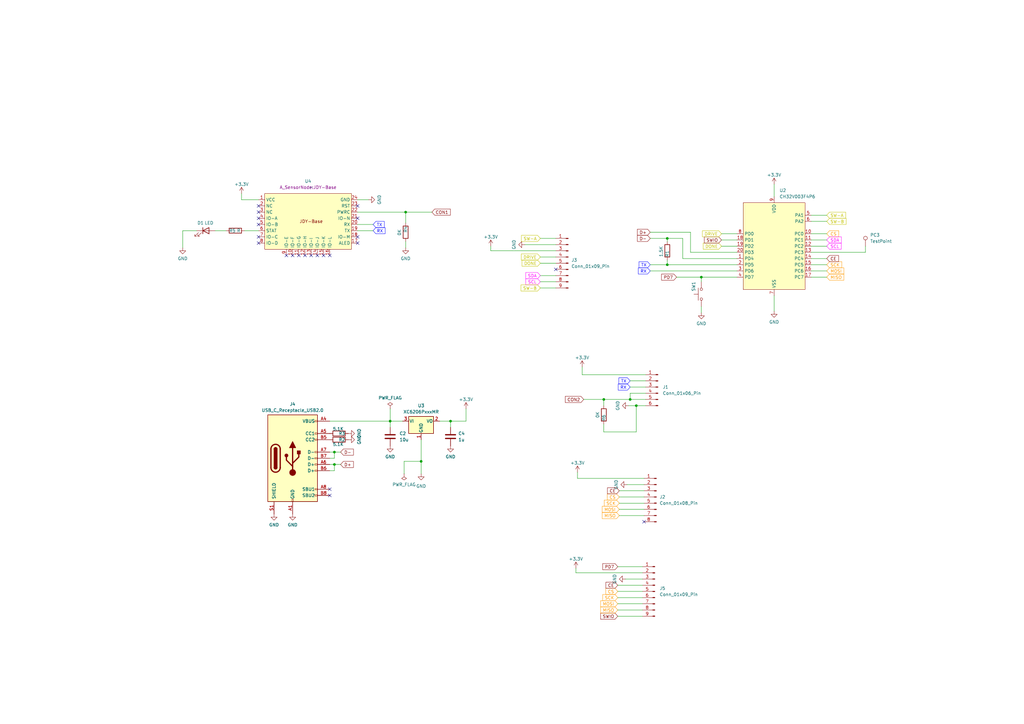
<source format=kicad_sch>
(kicad_sch (version 20230121) (generator eeschema)
  (paper "A3")
  (lib_symbols
    (symbol "A_SensorNode:JDY-Base"
      (property "Reference" "U" (at 0 0 0))
      (property "Footprint" "A_SensorNode:JDY-Base" (at -1.27 -10.16 0))
      (symbol "JDY-Base_1_1"
        (rectangle (start -19.05 -2.54) (end 16.51 -25.4) (fill (type background)))
        (text "JDY-Base" (at 0 -13.97 0) (effects (font (size 1.27 1.27))))
        (pin bidirectional line (at -21.59 -5.08 0) (length 2.54) (name "VCC") (number "1"))
        (pin bidirectional line (at -7.62 -27.94 90) (length 2.54) (name "IO-F") (number "10"))
        (pin bidirectional line (at -5.08 -27.94 90) (length 2.54) (name "IO-G") (number "11"))
        (pin bidirectional line (at -2.54 -27.94 90) (length 2.54) (name "IO-H") (number "12"))
        (pin bidirectional line (at 0 -27.94 90) (length 2.54) (name "IO-I") (number "13"))
        (pin bidirectional line (at 2.54 -27.94 90) (length 2.54) (name "IO-J") (number "14"))
        (pin bidirectional line (at 5.08 -27.94 90) (length 2.54) (name "IO-K") (number "15"))
        (pin bidirectional line (at 7.62 -27.94 90) (length 2.54) (name "IO-L") (number "16"))
        (pin bidirectional line (at 19.05 -22.86 180) (length 2.54) (name "ALED") (number "17"))
        (pin bidirectional line (at 19.05 -20.32 180) (length 2.54) (name "IO-M") (number "18"))
        (pin bidirectional line (at 19.05 -17.78 180) (length 2.54) (name "TX") (number "19"))
        (pin bidirectional line (at -21.59 -7.62 0) (length 2.54) (name "NC") (number "2"))
        (pin bidirectional line (at 19.05 -15.24 180) (length 2.54) (name "RX") (number "20"))
        (pin bidirectional line (at 19.05 -12.7 180) (length 2.54) (name "IO-N") (number "21"))
        (pin bidirectional line (at 19.05 -10.16 180) (length 2.54) (name "PWRC") (number "22"))
        (pin bidirectional line (at 19.05 -7.62 180) (length 2.54) (name "RST") (number "23"))
        (pin bidirectional line (at 19.05 -5.08 180) (length 2.54) (name "GND") (number "24"))
        (pin bidirectional line (at -21.59 -10.16 0) (length 2.54) (name "NC") (number "3"))
        (pin bidirectional line (at -21.59 -12.7 0) (length 2.54) (name "IO-A") (number "4"))
        (pin bidirectional line (at -21.59 -15.24 0) (length 2.54) (name "IO-B") (number "5"))
        (pin bidirectional line (at -21.59 -17.78 0) (length 2.54) (name "STAT") (number "6"))
        (pin bidirectional line (at -21.59 -20.32 0) (length 2.54) (name "IO-C") (number "7"))
        (pin bidirectional line (at -21.59 -22.86 0) (length 2.54) (name "IO-D") (number "8"))
        (pin bidirectional line (at -10.16 -27.94 90) (length 2.54) (name "IO-E") (number "9"))
      )
    )
    (symbol "Connector:Conn_01x06_Pin" (pin_names (offset 1.016) hide)
      (property "Reference" "J" (at 0 7.62 0))
      (property "Value" "Conn_01x06_Pin" (at 0 -10.16 0))
      (symbol "Conn_01x06_Pin_1_1"
        (polyline (pts (xy 1.27 -7.62) (xy 0.8636 -7.62)) (stroke (width 0.1524)))
        (polyline (pts (xy 1.27 -5.08) (xy 0.8636 -5.08)) (stroke (width 0.1524)))
        (polyline (pts (xy 1.27 -2.54) (xy 0.8636 -2.54)) (stroke (width 0.1524)))
        (polyline (pts (xy 1.27 0) (xy 0.8636 0)) (stroke (width 0.1524)))
        (polyline (pts (xy 1.27 2.54) (xy 0.8636 2.54)) (stroke (width 0.1524)))
        (polyline (pts (xy 1.27 5.08) (xy 0.8636 5.08)) (stroke (width 0.1524)))
        (rectangle (start 0.8636 -7.493) (end 0 -7.747) (stroke (width 0.1524)) (fill (type outline)))
        (rectangle (start 0.8636 -4.953) (end 0 -5.207) (stroke (width 0.1524)) (fill (type outline)))
        (rectangle (start 0.8636 -2.413) (end 0 -2.667) (stroke (width 0.1524)) (fill (type outline)))
        (rectangle (start 0.8636 0.127) (end 0 -0.127) (stroke (width 0.1524)) (fill (type outline)))
        (rectangle (start 0.8636 2.667) (end 0 2.413) (stroke (width 0.1524)) (fill (type outline)))
        (rectangle (start 0.8636 5.207) (end 0 4.953) (stroke (width 0.1524)) (fill (type outline)))
        (pin passive line (at 5.08 5.08 180) (length 3.81) (name "Pin_1") (number "1"))
        (pin passive line (at 5.08 2.54 180) (length 3.81) (name "Pin_2") (number "2"))
        (pin passive line (at 5.08 0 180) (length 3.81) (name "Pin_3") (number "3"))
        (pin passive line (at 5.08 -2.54 180) (length 3.81) (name "Pin_4") (number "4"))
        (pin passive line (at 5.08 -5.08 180) (length 3.81) (name "Pin_5") (number "5"))
        (pin passive line (at 5.08 -7.62 180) (length 3.81) (name "Pin_6") (number "6"))
      )
    )
    (symbol "Connector:Conn_01x08_Pin" (pin_names (offset 1.016) hide)
      (property "Reference" "J" (at 0 10.16 0))
      (property "Value" "Conn_01x08_Pin" (at 0 -12.7 0))
      (symbol "Conn_01x08_Pin_1_1"
        (polyline (pts (xy 1.27 -10.16) (xy 0.8636 -10.16)) (stroke (width 0.1524)))
        (polyline (pts (xy 1.27 -7.62) (xy 0.8636 -7.62)) (stroke (width 0.1524)))
        (polyline (pts (xy 1.27 -5.08) (xy 0.8636 -5.08)) (stroke (width 0.1524)))
        (polyline (pts (xy 1.27 -2.54) (xy 0.8636 -2.54)) (stroke (width 0.1524)))
        (polyline (pts (xy 1.27 0) (xy 0.8636 0)) (stroke (width 0.1524)))
        (polyline (pts (xy 1.27 2.54) (xy 0.8636 2.54)) (stroke (width 0.1524)))
        (polyline (pts (xy 1.27 5.08) (xy 0.8636 5.08)) (stroke (width 0.1524)))
        (polyline (pts (xy 1.27 7.62) (xy 0.8636 7.62)) (stroke (width 0.1524)))
        (rectangle (start 0.8636 -10.033) (end 0 -10.287) (stroke (width 0.1524)) (fill (type outline)))
        (rectangle (start 0.8636 -7.493) (end 0 -7.747) (stroke (width 0.1524)) (fill (type outline)))
        (rectangle (start 0.8636 -4.953) (end 0 -5.207) (stroke (width 0.1524)) (fill (type outline)))
        (rectangle (start 0.8636 -2.413) (end 0 -2.667) (stroke (width 0.1524)) (fill (type outline)))
        (rectangle (start 0.8636 0.127) (end 0 -0.127) (stroke (width 0.1524)) (fill (type outline)))
        (rectangle (start 0.8636 2.667) (end 0 2.413) (stroke (width 0.1524)) (fill (type outline)))
        (rectangle (start 0.8636 5.207) (end 0 4.953) (stroke (width 0.1524)) (fill (type outline)))
        (rectangle (start 0.8636 7.747) (end 0 7.493) (stroke (width 0.1524)) (fill (type outline)))
        (pin passive line (at 5.08 7.62 180) (length 3.81) (name "Pin_1") (number "1"))
        (pin passive line (at 5.08 5.08 180) (length 3.81) (name "Pin_2") (number "2"))
        (pin passive line (at 5.08 2.54 180) (length 3.81) (name "Pin_3") (number "3"))
        (pin passive line (at 5.08 0 180) (length 3.81) (name "Pin_4") (number "4"))
        (pin passive line (at 5.08 -2.54 180) (length 3.81) (name "Pin_5") (number "5"))
        (pin passive line (at 5.08 -5.08 180) (length 3.81) (name "Pin_6") (number "6"))
        (pin passive line (at 5.08 -7.62 180) (length 3.81) (name "Pin_7") (number "7"))
        (pin passive line (at 5.08 -10.16 180) (length 3.81) (name "Pin_8") (number "8"))
      )
    )
    (symbol "Connector:Conn_01x09_Pin" (pin_names (offset 1.016) hide)
      (property "Reference" "J" (at 0 12.7 0))
      (property "Value" "Conn_01x09_Pin" (at 0 -12.7 0))
      (symbol "Conn_01x09_Pin_1_1"
        (polyline (pts (xy 1.27 -10.16) (xy 0.8636 -10.16)) (stroke (width 0.1524)))
        (polyline (pts (xy 1.27 -7.62) (xy 0.8636 -7.62)) (stroke (width 0.1524)))
        (polyline (pts (xy 1.27 -5.08) (xy 0.8636 -5.08)) (stroke (width 0.1524)))
        (polyline (pts (xy 1.27 -2.54) (xy 0.8636 -2.54)) (stroke (width 0.1524)))
        (polyline (pts (xy 1.27 0) (xy 0.8636 0)) (stroke (width 0.1524)))
        (polyline (pts (xy 1.27 2.54) (xy 0.8636 2.54)) (stroke (width 0.1524)))
        (polyline (pts (xy 1.27 5.08) (xy 0.8636 5.08)) (stroke (width 0.1524)))
        (polyline (pts (xy 1.27 7.62) (xy 0.8636 7.62)) (stroke (width 0.1524)))
        (polyline (pts (xy 1.27 10.16) (xy 0.8636 10.16)) (stroke (width 0.1524)))
        (rectangle (start 0.8636 -10.033) (end 0 -10.287) (stroke (width 0.1524)) (fill (type outline)))
        (rectangle (start 0.8636 -7.493) (end 0 -7.747) (stroke (width 0.1524)) (fill (type outline)))
        (rectangle (start 0.8636 -4.953) (end 0 -5.207) (stroke (width 0.1524)) (fill (type outline)))
        (rectangle (start 0.8636 -2.413) (end 0 -2.667) (stroke (width 0.1524)) (fill (type outline)))
        (rectangle (start 0.8636 0.127) (end 0 -0.127) (stroke (width 0.1524)) (fill (type outline)))
        (rectangle (start 0.8636 2.667) (end 0 2.413) (stroke (width 0.1524)) (fill (type outline)))
        (rectangle (start 0.8636 5.207) (end 0 4.953) (stroke (width 0.1524)) (fill (type outline)))
        (rectangle (start 0.8636 7.747) (end 0 7.493) (stroke (width 0.1524)) (fill (type outline)))
        (rectangle (start 0.8636 10.287) (end 0 10.033) (stroke (width 0.1524)) (fill (type outline)))
        (pin passive line (at 5.08 10.16 180) (length 3.81) (name "Pin_1") (number "1"))
        (pin passive line (at 5.08 7.62 180) (length 3.81) (name "Pin_2") (number "2"))
        (pin passive line (at 5.08 5.08 180) (length 3.81) (name "Pin_3") (number "3"))
        (pin passive line (at 5.08 2.54 180) (length 3.81) (name "Pin_4") (number "4"))
        (pin passive line (at 5.08 0 180) (length 3.81) (name "Pin_5") (number "5"))
        (pin passive line (at 5.08 -2.54 180) (length 3.81) (name "Pin_6") (number "6"))
        (pin passive line (at 5.08 -5.08 180) (length 3.81) (name "Pin_7") (number "7"))
        (pin passive line (at 5.08 -7.62 180) (length 3.81) (name "Pin_8") (number "8"))
        (pin passive line (at 5.08 -10.16 180) (length 3.81) (name "Pin_9") (number "9"))
      )
    )
    (symbol "Connector:TestPoint" (pin_numbers hide) (pin_names (offset 0.762) hide)
      (property "Reference" "TP" (at 0 6.858 0))
      (property "Value" "TestPoint" (at 0 5.08 0))
      (symbol "TestPoint_0_1"
        (circle (center 0 3.302) (radius 0.762))
      )
      (symbol "TestPoint_1_1"
        (pin passive line (at 0 0 90) (length 2.54) (name "1") (number "1"))
      )
    )
    (symbol "Connector:USB_C_Receptacle_USB2.0" (pin_names (offset 1.016))
      (property "Reference" "J" (at -10.16 19.05 0))
      (property "Value" "USB_C_Receptacle_USB2.0" (at 19.05 19.05 0))
      (symbol "USB_C_Receptacle_USB2.0_0_0"
        (rectangle (start -0.254 -17.78) (end 0.254 -16.764))
        (rectangle (start 10.16 -14.986) (end 9.144 -15.494))
        (rectangle (start 10.16 -12.446) (end 9.144 -12.954))
        (rectangle (start 10.16 -4.826) (end 9.144 -5.334))
        (rectangle (start 10.16 -2.286) (end 9.144 -2.794))
        (rectangle (start 10.16 0.254) (end 9.144 -0.254))
        (rectangle (start 10.16 2.794) (end 9.144 2.286))
        (rectangle (start 10.16 7.874) (end 9.144 7.366))
        (rectangle (start 10.16 10.414) (end 9.144 9.906))
        (rectangle (start 10.16 15.494) (end 9.144 14.986))
      )
      (symbol "USB_C_Receptacle_USB2.0_0_1"
        (rectangle (start -10.16 17.78) (end 10.16 -17.78) (stroke (width 0.254)) (fill (type background)))
        (arc (start -8.89 -3.81) (mid -6.985 -5.7067) (end -5.08 -3.81) (stroke (width 0.508)))
        (arc (start -7.62 -3.81) (mid -6.985 -4.4423) (end -6.35 -3.81) (stroke (width 0.254)))
        (arc (start -7.62 -3.81) (mid -6.985 -4.4423) (end -6.35 -3.81) (stroke (width 0.254)) (fill (type outline)))
        (rectangle (start -7.62 -3.81) (end -6.35 3.81) (stroke (width 0.254)) (fill (type outline)))
        (arc (start -6.35 3.81) (mid -6.985 4.4423) (end -7.62 3.81) (stroke (width 0.254)))
        (arc (start -6.35 3.81) (mid -6.985 4.4423) (end -7.62 3.81) (stroke (width 0.254)) (fill (type outline)))
        (arc (start -5.08 3.81) (mid -6.985 5.7067) (end -8.89 3.81) (stroke (width 0.508)))
        (circle (center -2.54 1.143) (radius 0.635) (stroke (width 0.254)) (fill (type outline)))
        (circle (center 0 -5.842) (radius 1.27) (fill (type outline)))
        (polyline (pts (xy -8.89 -3.81) (xy -8.89 3.81)) (stroke (width 0.508)))
        (polyline (pts (xy -5.08 3.81) (xy -5.08 -3.81)) (stroke (width 0.508)))
        (polyline (pts (xy 0 -5.842) (xy 0 4.318)) (stroke (width 0.508)))
        (polyline (pts (xy 0 -3.302) (xy -2.54 -0.762) (xy -2.54 0.508)) (stroke (width 0.508)))
        (polyline (pts (xy 0 -2.032) (xy 2.54 0.508) (xy 2.54 1.778)) (stroke (width 0.508)))
        (polyline (pts (xy -1.27 4.318) (xy 0 6.858) (xy 1.27 4.318) (xy -1.27 4.318)) (stroke (width 0.254)) (fill (type outline)))
        (rectangle (start 1.905 1.778) (end 3.175 3.048) (stroke (width 0.254)) (fill (type outline)))
      )
      (symbol "USB_C_Receptacle_USB2.0_1_1"
        (pin passive line (at 0 -22.86 90) (length 5.08) (name "GND") (number "A1"))
        (pin passive line (at 0 -22.86 90) (length 5.08) hide (name "GND") (number "A12"))
        (pin passive line (at 15.24 15.24 180) (length 5.08) (name "VBUS") (number "A4"))
        (pin bidirectional line (at 15.24 10.16 180) (length 5.08) (name "CC1") (number "A5"))
        (pin bidirectional line (at 15.24 -2.54 180) (length 5.08) (name "D+") (number "A6"))
        (pin bidirectional line (at 15.24 2.54 180) (length 5.08) (name "D-") (number "A7"))
        (pin bidirectional line (at 15.24 -12.7 180) (length 5.08) (name "SBU1") (number "A8"))
        (pin passive line (at 15.24 15.24 180) (length 5.08) hide (name "VBUS") (number "A9"))
        (pin passive line (at 0 -22.86 90) (length 5.08) hide (name "GND") (number "B1"))
        (pin passive line (at 0 -22.86 90) (length 5.08) hide (name "GND") (number "B12"))
        (pin passive line (at 15.24 15.24 180) (length 5.08) hide (name "VBUS") (number "B4"))
        (pin bidirectional line (at 15.24 7.62 180) (length 5.08) (name "CC2") (number "B5"))
        (pin bidirectional line (at 15.24 -5.08 180) (length 5.08) (name "D+") (number "B6"))
        (pin bidirectional line (at 15.24 0 180) (length 5.08) (name "D-") (number "B7"))
        (pin bidirectional line (at 15.24 -15.24 180) (length 5.08) (name "SBU2") (number "B8"))
        (pin passive line (at 15.24 15.24 180) (length 5.08) hide (name "VBUS") (number "B9"))
        (pin passive line (at -7.62 -22.86 90) (length 5.08) (name "SHIELD") (number "S1"))
      )
    )
    (symbol "Device:C" (pin_numbers hide) (pin_names (offset 0.254))
      (property "Reference" "C" (at 0.635 2.54 0))
      (property "Value" "C" (at 0.635 -2.54 0))
      (symbol "C_0_1"
        (polyline (pts (xy -2.032 -0.762) (xy 2.032 -0.762)) (stroke (width 0.508)))
        (polyline (pts (xy -2.032 0.762) (xy 2.032 0.762)) (stroke (width 0.508)))
      )
      (symbol "C_1_1"
        (pin passive line (at 0 3.81 270) (length 2.794) (name "~") (number "1"))
        (pin passive line (at 0 -3.81 90) (length 2.794) (name "~") (number "2"))
      )
    )
    (symbol "Device:LED" (pin_numbers hide) (pin_names (offset 1.016) hide)
      (property "Reference" "D" (at 0 2.54 0))
      (property "Value" "LED" (at 0 -2.54 0))
      (symbol "LED_0_1"
        (polyline (pts (xy -1.27 -1.27) (xy -1.27 1.27)) (stroke (width 0.254)))
        (polyline (pts (xy -1.27 0) (xy 1.27 0)))
        (polyline (pts (xy 1.27 -1.27) (xy 1.27 1.27) (xy -1.27 0) (xy 1.27 -1.27)) (stroke (width 0.254)))
        (polyline (pts (xy -3.048 -0.762) (xy -4.572 -2.286) (xy -3.81 -2.286) (xy -4.572 -2.286) (xy -4.572 -1.524)))
        (polyline (pts (xy -1.778 -0.762) (xy -3.302 -2.286) (xy -2.54 -2.286) (xy -3.302 -2.286) (xy -3.302 -1.524)))
      )
      (symbol "LED_1_1"
        (pin passive line (at -3.81 0 0) (length 2.54) (name "K") (number "1"))
        (pin passive line (at 3.81 0 180) (length 2.54) (name "A") (number "2"))
      )
    )
    (symbol "Device:R" (pin_numbers hide) (pin_names (offset 0))
      (property "Reference" "R" (at 2.032 0 90))
      (property "Value" "R" (at 0 0 90))
      (symbol "R_0_1"
        (rectangle (start -1.016 -2.54) (end 1.016 2.54) (stroke (width 0.254)))
      )
      (symbol "R_1_1"
        (pin passive line (at 0 3.81 270) (length 1.27) (name "~") (number "1"))
        (pin passive line (at 0 -3.81 90) (length 1.27) (name "~") (number "2"))
      )
    )
    (symbol "Regulator_Linear:XC6206PxxxMR" (pin_names (offset 0.254))
      (property "Reference" "U" (at -3.81 3.175 0))
      (property "Value" "XC6206PxxxMR" (at 0 3.175 0))
      (symbol "XC6206PxxxMR_0_1"
        (rectangle (start -5.08 1.905) (end 5.08 -5.08) (stroke (width 0.254)) (fill (type background)))
      )
      (symbol "XC6206PxxxMR_1_1"
        (pin power_in line (at 0 -7.62 90) (length 2.54) (name "GND") (number "1"))
        (pin power_out line (at 7.62 0 180) (length 2.54) (name "VO") (number "2"))
        (pin power_in line (at -7.62 0 0) (length 2.54) (name "VI") (number "3"))
      )
    )
    (symbol "Switch:SW_Push" (pin_numbers hide) (pin_names (offset 1.016) hide)
      (property "Reference" "SW" (at 1.27 2.54 0))
      (property "Value" "SW_Push" (at 0 -1.524 0))
      (symbol "SW_Push_0_1"
        (circle (center -2.032 0) (radius 0.508))
        (polyline (pts (xy 0 1.27) (xy 0 3.048)))
        (polyline (pts (xy 2.54 1.27) (xy -2.54 1.27)))
        (circle (center 2.032 0) (radius 0.508))
        (pin passive line (at -5.08 0 0) (length 2.54) (name "1") (number "1"))
        (pin passive line (at 5.08 0 180) (length 2.54) (name "2") (number "2"))
      )
    )
    (symbol "power:+3.3V" (power) (pin_names (offset 0))
      (property "Value" "+3.3V" (at 0 3.556 0))
      (symbol "+3.3V_0_1"
        (polyline (pts (xy -0.762 1.27) (xy 0 2.54)))
        (polyline (pts (xy 0 0) (xy 0 2.54)))
        (polyline (pts (xy 0 2.54) (xy 0.762 1.27)))
      )
      (symbol "+3.3V_1_1"
        (pin power_in line (at 0 0 90) (length 0) hide (name "+3.3V") (number "1"))
      )
    )
    (symbol "power:GND" (power) (pin_names (offset 0))
      (property "Value" "GND" (at 0 -3.81 0))
      (symbol "GND_0_1"
        (polyline (pts (xy 0 0) (xy 0 -1.27) (xy 1.27 -1.27) (xy 0 -2.54) (xy -1.27 -1.27) (xy 0 -1.27)))
      )
      (symbol "GND_1_1"
        (pin power_in line (at 0 0 270) (length 0) hide (name "GND") (number "1"))
      )
    )
    (symbol "power:PWR_FLAG" (power) (pin_numbers hide) (pin_names (offset 0) hide)
      (property "Value" "PWR_FLAG" (at 0 3.81 0))
      (symbol "PWR_FLAG_0_0"
        (pin power_out line (at 0 0 90) (length 0) (name "pwr") (number "1"))
      )
      (symbol "PWR_FLAG_0_1"
        (polyline (pts (xy 0 0) (xy 0 1.27) (xy -1.016 1.905) (xy 0 2.54) (xy 1.016 1.905) (xy 0 1.27)))
      )
    )
    (symbol "wch-mcu:CH32V003F4P6"
      (property "Reference" "U" (at -12.7 19.05 0))
      (property "Value" "CH32V003F4P6" (at 1.27 19.05 0))
      (symbol "CH32V003F4P6_0_1"
        (rectangle (start -12.7 17.78) (end 12.7 -17.78) (stroke (width 0.1524)) (fill (type background)))
      )
      (symbol "CH32V003F4P6_1_0"
        (pin bidirectional line (at 15.24 -10.16 180) (length 2.54) (name "PC6") (number "16"))
        (pin bidirectional line (at 15.24 -12.7 180) (length 2.54) (name "PC7") (number "17"))
        (pin bidirectional line (at -15.24 2.54 0) (length 2.54) (name "PD1") (number "18"))
        (pin bidirectional line (at -15.24 0 0) (length 2.54) (name "PD2") (number "19"))
        (pin bidirectional line (at -15.24 -2.54 0) (length 2.54) (name "PD3") (number "20"))
      )
      (symbol "CH32V003F4P6_1_1"
        (pin bidirectional line (at -15.24 -5.08 0) (length 2.54) (name "PD4") (number "1"))
        (pin bidirectional line (at 15.24 5.08 180) (length 2.54) (name "PC0") (number "10"))
        (pin bidirectional line (at 15.24 2.54 180) (length 2.54) (name "PC1") (number "11"))
        (pin bidirectional line (at 15.24 0 180) (length 2.54) (name "PC2") (number "12"))
        (pin bidirectional line (at 15.24 -2.54 180) (length 2.54) (name "PC3") (number "13"))
        (pin bidirectional line (at 15.24 -5.08 180) (length 2.54) (name "PC4") (number "14"))
        (pin bidirectional line (at 15.24 -7.62 180) (length 2.54) (name "PC5") (number "15"))
        (pin bidirectional line (at -15.24 -7.62 0) (length 2.54) (name "PD5") (number "2"))
        (pin bidirectional line (at -15.24 -10.16 0) (length 2.54) (name "PD6") (number "3"))
        (pin bidirectional line (at -15.24 -12.7 0) (length 2.54) (name "PD7") (number "4"))
        (pin bidirectional line (at 15.24 12.7 180) (length 2.54) (name "PA1") (number "5"))
        (pin bidirectional line (at 15.24 10.16 180) (length 2.54) (name "PA2") (number "6"))
        (pin bidirectional line (at 0 -20.32 90) (length 2.54) (name "VSS") (number "7"))
        (pin bidirectional line (at -15.24 5.08 0) (length 2.54) (name "PD0") (number "8"))
        (pin bidirectional line (at 0 20.32 270) (length 2.54) (name "VDD") (number "9"))
      )
    )
  )
  (junction (at 287.655 113.665))
  (junction (at 273.685 108.585))
  (junction (at 137.16 190.5))
  (junction (at 184.785 172.72))
  (junction (at 247.65 163.83))
  (junction (at 160.02 172.72))
  (junction (at 258.445 163.83))
  (junction (at 260.985 166.37))
  (junction (at 172.72 189.23))
  (junction (at 166.37 86.995))
  (junction (at 137.16 185.42))
  (junction (at 273.685 97.79))
  (no_connect (at 146.685 97.155))
  (no_connect (at 130.175 104.775))
  (no_connect (at 264.16 213.995))
  (no_connect (at 135.255 104.775))
  (no_connect (at 106.045 92.075))
  (no_connect (at 227.965 110.49))
  (no_connect (at 117.475 104.775))
  (no_connect (at 146.685 89.535))
  (no_connect (at 127.635 104.775))
  (no_connect (at 106.045 89.535))
  (no_connect (at 146.685 99.695))
  (no_connect (at 106.045 99.695))
  (no_connect (at 122.555 104.775))
  (no_connect (at 106.045 97.155))
  (no_connect (at 135.255 200.66))
  (no_connect (at 132.715 104.775))
  (no_connect (at 125.095 104.775))
  (no_connect (at 106.045 86.995))
  (no_connect (at 146.685 84.455))
  (no_connect (at 135.255 203.2))
  (no_connect (at 120.015 104.775))
  (no_connect (at 106.045 84.455))
  (wire (pts (xy 184.785 172.72) (xy 191.135 172.72)))
  (wire (pts (xy 287.655 115.57) (xy 287.655 113.665)))
  (wire (pts (xy 236.855 196.215) (xy 264.16 196.215)))
  (wire (pts (xy 247.65 166.37) (xy 247.65 163.83)))
  (wire (pts (xy 263.525 250.19) (xy 253.365 250.19)))
  (wire (pts (xy 302.26 111.125) (xy 266.7 111.125)))
  (wire (pts (xy 201.295 100.965) (xy 201.295 102.87)))
  (wire (pts (xy 184.785 172.72) (xy 184.785 175.26)))
  (wire (pts (xy 166.37 86.995) (xy 166.37 91.44)))
  (wire (pts (xy 283.21 95.25) (xy 266.7 95.25)))
  (wire (pts (xy 236.855 196.215) (xy 236.855 193.675)))
  (wire (pts (xy 74.93 101.6) (xy 74.93 94.615)))
  (wire (pts (xy 260.985 177.165) (xy 260.985 166.37)))
  (wire (pts (xy 238.76 153.67) (xy 238.76 150.495)))
  (wire (pts (xy 221.615 107.95) (xy 227.965 107.95)))
  (wire (pts (xy 165.735 194.31) (xy 165.735 189.23)))
  (wire (pts (xy 100.33 94.615) (xy 106.045 94.615)))
  (wire (pts (xy 264.16 208.915) (xy 254 208.915)))
  (wire (pts (xy 264.795 158.75) (xy 258.445 158.75)))
  (wire (pts (xy 166.37 101.6) (xy 166.37 99.06)))
  (wire (pts (xy 146.685 81.915) (xy 151.13 81.915)))
  (wire (pts (xy 160.02 167.64) (xy 160.02 172.72)))
  (wire (pts (xy 135.255 185.42) (xy 137.16 185.42)))
  (wire (pts (xy 172.72 194.31) (xy 172.72 189.23)))
  (wire (pts (xy 137.16 193.04) (xy 137.16 190.5)))
  (wire (pts (xy 283.21 103.505) (xy 302.26 103.505)))
  (wire (pts (xy 247.65 173.99) (xy 247.65 177.165)))
  (wire (pts (xy 238.76 153.67) (xy 264.795 153.67)))
  (wire (pts (xy 253.365 252.73) (xy 263.525 252.73)))
  (wire (pts (xy 257.81 166.37) (xy 260.985 166.37)))
  (wire (pts (xy 137.16 185.42) (xy 139.7 185.42)))
  (wire (pts (xy 332.74 108.585) (xy 339.09 108.585)))
  (wire (pts (xy 263.525 245.11) (xy 253.365 245.11)))
  (wire (pts (xy 257.175 198.755) (xy 264.16 198.755)))
  (wire (pts (xy 135.255 187.96) (xy 137.16 187.96)))
  (wire (pts (xy 332.74 103.505) (xy 354.965 103.505)))
  (wire (pts (xy 260.985 166.37) (xy 264.795 166.37)))
  (wire (pts (xy 287.655 113.665) (xy 302.26 113.665)))
  (wire (pts (xy 263.525 242.57) (xy 253.365 242.57)))
  (wire (pts (xy 332.74 88.265) (xy 339.09 88.265)))
  (wire (pts (xy 273.685 108.585) (xy 266.7 108.585)))
  (wire (pts (xy 221.615 105.41) (xy 227.965 105.41)))
  (wire (pts (xy 160.02 172.72) (xy 160.02 175.26)))
  (wire (pts (xy 99.06 81.915) (xy 99.06 79.375)))
  (wire (pts (xy 280.035 97.79) (xy 280.035 106.045)))
  (wire (pts (xy 332.74 106.045) (xy 339.09 106.045)))
  (wire (pts (xy 280.035 106.045) (xy 302.26 106.045)))
  (wire (pts (xy 317.5 75.565) (xy 317.5 80.645)))
  (wire (pts (xy 227.965 113.03) (xy 221.615 113.03)))
  (wire (pts (xy 273.685 97.79) (xy 273.685 99.06)))
  (wire (pts (xy 146.685 92.075) (xy 153.035 92.075)))
  (wire (pts (xy 302.26 95.885) (xy 295.91 95.885)))
  (wire (pts (xy 227.965 97.79) (xy 221.615 97.79)))
  (wire (pts (xy 166.37 86.995) (xy 177.165 86.995)))
  (wire (pts (xy 264.16 211.455) (xy 254 211.455)))
  (wire (pts (xy 135.255 190.5) (xy 137.16 190.5)))
  (wire (pts (xy 273.685 106.68) (xy 273.685 108.585)))
  (wire (pts (xy 263.525 247.65) (xy 253.365 247.65)))
  (wire (pts (xy 283.21 95.25) (xy 283.21 103.505)))
  (wire (pts (xy 317.5 121.285) (xy 317.5 127.635)))
  (wire (pts (xy 273.685 97.79) (xy 266.7 97.79)))
  (wire (pts (xy 146.685 94.615) (xy 153.035 94.615)))
  (wire (pts (xy 247.65 177.165) (xy 260.985 177.165)))
  (wire (pts (xy 332.74 98.425) (xy 339.09 98.425)))
  (wire (pts (xy 137.16 187.96) (xy 137.16 185.42)))
  (wire (pts (xy 302.26 100.965) (xy 295.91 100.965)))
  (wire (pts (xy 354.965 103.505) (xy 354.965 100.965)))
  (wire (pts (xy 165.735 189.23) (xy 172.72 189.23)))
  (wire (pts (xy 236.22 234.95) (xy 236.22 233.045)))
  (wire (pts (xy 264.16 201.295) (xy 254 201.295)))
  (wire (pts (xy 137.16 190.5) (xy 139.7 190.5)))
  (wire (pts (xy 263.525 240.03) (xy 253.365 240.03)))
  (wire (pts (xy 339.09 90.805) (xy 332.74 90.805)))
  (wire (pts (xy 88.265 94.615) (xy 92.71 94.615)))
  (wire (pts (xy 99.06 81.915) (xy 106.045 81.915)))
  (wire (pts (xy 273.685 108.585) (xy 302.26 108.585)))
  (wire (pts (xy 332.74 100.965) (xy 339.09 100.965)))
  (wire (pts (xy 135.255 193.04) (xy 137.16 193.04)))
  (wire (pts (xy 215.265 100.33) (xy 227.965 100.33)))
  (wire (pts (xy 227.965 118.11) (xy 221.615 118.11)))
  (wire (pts (xy 264.16 203.835) (xy 254 203.835)))
  (wire (pts (xy 258.445 163.83) (xy 247.65 163.83)))
  (wire (pts (xy 160.02 172.72) (xy 165.1 172.72)))
  (wire (pts (xy 332.74 95.885) (xy 339.09 95.885)))
  (wire (pts (xy 277.495 113.665) (xy 287.655 113.665)))
  (wire (pts (xy 295.91 98.425) (xy 302.26 98.425)))
  (wire (pts (xy 332.74 111.125) (xy 339.09 111.125)))
  (wire (pts (xy 236.22 234.95) (xy 263.525 234.95)))
  (wire (pts (xy 264.16 206.375) (xy 254 206.375)))
  (wire (pts (xy 332.74 113.665) (xy 339.09 113.665)))
  (wire (pts (xy 258.445 163.83) (xy 258.445 161.29)))
  (wire (pts (xy 201.295 102.87) (xy 227.965 102.87)))
  (wire (pts (xy 172.72 180.34) (xy 172.72 189.23)))
  (wire (pts (xy 180.34 172.72) (xy 184.785 172.72)))
  (wire (pts (xy 135.255 172.72) (xy 160.02 172.72)))
  (wire (pts (xy 146.685 86.995) (xy 166.37 86.995)))
  (wire (pts (xy 258.445 163.83) (xy 264.795 163.83)))
  (wire (pts (xy 256.54 237.49) (xy 263.525 237.49)))
  (wire (pts (xy 264.795 161.29) (xy 258.445 161.29)))
  (wire (pts (xy 287.655 125.73) (xy 287.655 128.27)))
  (wire (pts (xy 253.365 232.41) (xy 263.525 232.41)))
  (wire (pts (xy 221.615 115.57) (xy 227.965 115.57)))
  (wire (pts (xy 191.135 167.64) (xy 191.135 172.72)))
  (wire (pts (xy 273.685 97.79) (xy 280.035 97.79)))
  (wire (pts (xy 74.93 94.615) (xy 80.645 94.615)))
  (wire (pts (xy 264.795 156.21) (xy 258.445 156.21)))
  (wire (pts (xy 247.65 163.83) (xy 239.395 163.83)))
  (global_label "D-" (shape input) (at 266.7 97.79 180) (property "Intersheetrefs" "${INTERSHEET_REFS}" (effects hide)))
  (global_label "MOSI" (shape input) (at 254 208.915 180) (property "Intersheetrefs" "${INTERSHEET_REFS}" (effects hide)))
  (global_label "MISO" (shape input) (at 254 211.455 180) (property "Intersheetrefs" "${INTERSHEET_REFS}" (effects hide)))
  (global_label "DRIVE" (shape input) (at 221.615 105.41 180) (property "Intersheetrefs" "${INTERSHEET_REFS}" (effects hide)))
  (global_label "RX" (shape input) (at 153.035 94.615 0) (property "Intersheetrefs" "${INTERSHEET_REFS}" (effects hide)))
  (global_label "SWIO" (shape input) (at 295.91 98.425 180) (property "Intersheetrefs" "${INTERSHEET_REFS}" (effects hide)))
  (global_label "CE" (shape input) (at 339.09 106.045 0) (property "Intersheetrefs" "${INTERSHEET_REFS}" (effects hide)))
  (global_label "D+" (shape input) (at 266.7 95.25 180) (property "Intersheetrefs" "${INTERSHEET_REFS}" (effects hide)))
  (global_label "CON1" (shape input) (at 177.165 86.995 0) (property "Intersheetrefs" "${INTERSHEET_REFS}" (effects hide)))
  (global_label "CE" (shape input) (at 254 201.295 180) (property "Intersheetrefs" "${INTERSHEET_REFS}" (effects hide)))
  (global_label "CON2" (shape input) (at 239.395 163.83 180) (property "Intersheetrefs" "${INTERSHEET_REFS}" (effects hide)))
  (global_label "CS" (shape input) (at 253.365 242.57 180) (property "Intersheetrefs" "${INTERSHEET_REFS}" (effects hide)))
  (global_label "SW-A" (shape input) (at 339.09 88.265 0) (property "Intersheetrefs" "${INTERSHEET_REFS}" (effects hide)))
  (global_label "SCK" (shape input) (at 253.365 245.11 180) (property "Intersheetrefs" "${INTERSHEET_REFS}" (effects hide)))
  (global_label "SW-B" (shape input) (at 339.09 90.805 0) (property "Intersheetrefs" "${INTERSHEET_REFS}" (effects hide)))
  (global_label "CS" (shape input) (at 339.09 95.885 0) (property "Intersheetrefs" "${INTERSHEET_REFS}" (effects hide)))
  (global_label "TX" (shape input) (at 153.035 92.075 0) (property "Intersheetrefs" "${INTERSHEET_REFS}" (effects hide)))
  (global_label "MOSI" (shape input) (at 253.365 247.65 180) (property "Intersheetrefs" "${INTERSHEET_REFS}" (effects hide)))
  (global_label "PD7" (shape input) (at 277.495 113.665 180) (property "Intersheetrefs" "${INTERSHEET_REFS}" (effects hide)))
  (global_label "SWIO" (shape input) (at 253.365 252.73 180) (property "Intersheetrefs" "${INTERSHEET_REFS}" (effects hide)))
  (global_label "MOSI" (shape input) (at 339.09 111.125 0) (property "Intersheetrefs" "${INTERSHEET_REFS}" (effects hide)))
  (global_label "CS" (shape input) (at 254 203.835 180) (property "Intersheetrefs" "${INTERSHEET_REFS}" (effects hide)))
  (global_label "SCK" (shape input) (at 254 206.375 180) (property "Intersheetrefs" "${INTERSHEET_REFS}" (effects hide)))
  (global_label "PD7" (shape input) (at 253.365 232.41 180) (property "Intersheetrefs" "${INTERSHEET_REFS}" (effects hide)))
  (global_label "SW-A" (shape input) (at 221.615 97.79 180) (property "Intersheetrefs" "${INTERSHEET_REFS}" (effects hide)))
  (global_label "D+" (shape input) (at 139.7 190.5 0) (property "Intersheetrefs" "${INTERSHEET_REFS}" (effects hide)))
  (global_label "SCK" (shape input) (at 339.09 108.585 0) (property "Intersheetrefs" "${INTERSHEET_REFS}" (effects hide)))
  (global_label "SDA" (shape input) (at 339.09 98.425 0) (property "Intersheetrefs" "${INTERSHEET_REFS}" (effects hide)))
  (global_label "D-" (shape input) (at 139.7 185.42 0) (property "Intersheetrefs" "${INTERSHEET_REFS}" (effects hide)))
  (global_label "RX" (shape input) (at 266.7 111.125 180) (property "Intersheetrefs" "${INTERSHEET_REFS}" (effects hide)))
  (global_label "TX" (shape input) (at 258.445 156.21 180) (property "Intersheetrefs" "${INTERSHEET_REFS}" (effects hide)))
  (global_label "SCL" (shape input) (at 221.615 115.57 180) (property "Intersheetrefs" "${INTERSHEET_REFS}" (effects hide)))
  (global_label "DRIVE" (shape input) (at 295.91 95.885 180) (property "Intersheetrefs" "${INTERSHEET_REFS}" (effects hide)))
  (global_label "MISO" (shape input) (at 339.09 113.665 0) (property "Intersheetrefs" "${INTERSHEET_REFS}" (effects hide)))
  (global_label "DONE" (shape input) (at 295.91 100.965 180) (property "Intersheetrefs" "${INTERSHEET_REFS}" (effects hide)))
  (global_label "SCL" (shape input) (at 339.09 100.965 0) (property "Intersheetrefs" "${INTERSHEET_REFS}" (effects hide)))
  (global_label "SDA" (shape input) (at 221.615 113.03 180) (property "Intersheetrefs" "${INTERSHEET_REFS}" (effects hide)))
  (global_label "SW-B" (shape input) (at 221.615 118.11 180) (property "Intersheetrefs" "${INTERSHEET_REFS}" (effects hide)))
  (global_label "TX" (shape input) (at 266.7 108.585 180) (property "Intersheetrefs" "${INTERSHEET_REFS}" (effects hide)))
  (global_label "CE" (shape input) (at 253.365 240.03 180) (property "Intersheetrefs" "${INTERSHEET_REFS}" (effects hide)))
  (global_label "MISO" (shape input) (at 253.365 250.19 180) (property "Intersheetrefs" "${INTERSHEET_REFS}" (effects hide)))
  (global_label "RX" (shape input) (at 258.445 158.75 180) (property "Intersheetrefs" "${INTERSHEET_REFS}" (effects hide)))
  (global_label "DONE" (shape input) (at 221.615 107.95 180) (property "Intersheetrefs" "${INTERSHEET_REFS}" (effects hide)))
  (symbol (lib_id "power:GND") (at 142.875 177.8 90) (mirror x) (unit 1)
    (property "Reference" "#PWR024" (effects hide))
    (property "Value" "GND" (at 147.32 177.8 0))
  )
  (symbol (lib_id "power:+3.3V") (at 317.5 75.565 0) (unit 1)
    (property "Reference" "#PWR01" (effects hide))
    (property "Value" "+3.3V" (at 317.5 71.755 0))
  )
  (symbol (lib_id "power:PWR_FLAG") (at 165.735 194.31 0) (mirror x) (unit 1)
    (property "Reference" "#FLG02" (effects hide))
    (property "Value" "PWR_FLAG" (at 165.735 198.755 0))
  )
  (symbol (lib_id "power:GND") (at 317.5 127.635 0) (unit 1)
    (property "Reference" "#PWR02" (effects hide))
    (property "Value" "GND" (at 317.5 132.08 0))
  )
  (symbol (lib_id "Device:R") (at 139.065 180.34 90) (unit 1)
    (property "Reference" "R2" (at 141.605 180.34 90) (effects (justify left)))
    (property "Value" "5.1K" (at 140.97 182.245 90) (effects (justify left)))
    (property "Footprint" "Resistor_SMD:R_0603_1608Metric" (effects hide))
  )
  (symbol (lib_id "Connector:TestPoint") (at 354.965 100.965 0) (unit 1)
    (property "Reference" "PC3" (at 356.87 96.393 0) (effects (justify left)))
    (property "Value" "TestPoint" (at 356.87 98.933 0) (effects (justify left)))
    (property "Footprint" "A_SensorNode:testpoint" (effects hide))
  )
  (symbol (lib_id "power:GND") (at 120.015 210.82 0) (unit 1)
    (property "Reference" "#PWR023" (effects hide))
    (property "Value" "GND" (at 120.015 215.265 0))
  )
  (symbol (lib_id "power:GND") (at 256.54 237.49 270) (mirror x) (unit 1)
    (property "Reference" "#PWR012" (effects hide))
    (property "Value" "GND" (at 252.095 237.49 0))
  )
  (symbol (lib_id "Connector:USB_C_Receptacle_USB2.0") (at 120.015 187.96 0) (unit 1)
    (property "Reference" "J4" (at 120.015 165.735 0))
    (property "Value" "USB_C_Receptacle_USB2.0" (at 120.015 168.275 0))
    (property "Footprint" "Connector_USB:USB_C_Receptacle_HRO_TYPE-C-31-M-12" (effects hide))
    (property "Datasheet" "https://www.usb.org/sites/default/files/documents/usb_type-c.zip" (effects hide))
  )
  (symbol (lib_id "power:+3.3V") (at 191.135 167.64 0) (unit 1)
    (property "Reference" "#PWR029" (effects hide))
    (property "Value" "+3.3V" (at 191.135 163.83 0))
  )
  (symbol (lib_id "Device:R") (at 247.65 170.18 0) (mirror y) (unit 1)
    (property "Reference" "R6" (at 247.65 172.72 90) (effects (justify left)))
    (property "Value" "0K" (at 245.11 171.45 90) (effects (justify left)))
    (property "Footprint" "A_SensorNode:Jumpper" (effects hide))
  )
  (symbol (lib_id "power:+3.3V") (at 99.06 79.375 0) (mirror y) (unit 1)
    (property "Reference" "#PWR011" (effects hide))
    (property "Value" "+3.3V" (at 99.06 75.565 0))
  )
  (symbol (lib_id "Device:C") (at 160.02 179.07 0) (unit 1)
    (property "Reference" "C2" (at 163.83 177.8 0) (effects (justify left)))
    (property "Value" "10u" (at 163.83 180.34 0) (effects (justify left)))
    (property "Footprint" "Capacitor_SMD:C_0603_1608Metric" (effects hide))
  )
  (symbol (lib_id "power:GND") (at 151.13 81.915 90) (mirror x) (unit 1)
    (property "Reference" "#PWR013" (effects hide))
    (property "Value" "GND" (at 155.575 81.915 0))
  )
  (symbol (lib_id "power:+3.3V") (at 238.76 150.495 0) (mirror y) (unit 1)
    (property "Reference" "#PWR06" (effects hide))
    (property "Value" "+3.3V" (at 238.76 146.685 0))
  )
  (symbol (lib_id "Connector:Conn_01x06_Pin") (at 269.875 158.75 0) (mirror y) (unit 1)
    (property "Reference" "J1" (at 271.78 158.75 0) (effects (justify right)))
    (property "Value" "Conn_01x06_Pin" (at 271.78 161.29 0) (effects (justify right)))
    (property "Footprint" "A_SensorNode:JDY-41" (effects hide))
  )
  (symbol (lib_id "Connector:Conn_01x08_Pin") (at 269.24 203.835 0) (mirror y) (unit 1)
    (property "Reference" "J2" (at 270.51 203.835 0) (effects (justify right)))
    (property "Value" "Conn_01x08_Pin" (at 270.51 206.375 0) (effects (justify right)))
    (property "Footprint" "A_SensorNode:Nrf24L01" (effects hide))
  )
  (symbol (lib_id "Device:R") (at 139.065 177.8 90) (unit 1)
    (property "Reference" "R3" (at 141.605 177.8 90) (effects (justify left)))
    (property "Value" "5.1K" (at 140.97 175.895 90) (effects (justify left)))
    (property "Footprint" "Resistor_SMD:R_0603_1608Metric" (effects hide))
  )
  (symbol (lib_id "power:+3.3V") (at 236.22 233.045 0) (mirror y) (unit 1)
    (property "Reference" "#PWR09" (effects hide))
    (property "Value" "+3.3V" (at 236.22 229.235 0))
  )
  (symbol (lib_id "A_SensorNode:JDY-Base") (at 127.635 76.835 0) (unit 1)
    (property "Reference" "U4" (at 126.365 74.295 0))
    (property "Value" "~" (at 127.635 76.835 0))
    (property "Footprint" "A_SensorNode:JDY-Base" (at 126.365 76.835 0))
  )
  (symbol (lib_id "wch-mcu:CH32V003F4P6") (at 317.5 100.965 0) (unit 1)
    (property "Reference" "U2" (at 319.6941 78.105 0) (effects (justify left)))
    (property "Value" "CH32V003F4P6" (at 319.6941 80.645 0) (effects (justify left)))
    (property "Footprint" "Package_SO:TSSOP-20_4.4x6.5mm_P0.65mm" (effects hide))
    (property "Datasheet" "https://datasheet.lcsc.com/lcsc/2302231730_WCH-Jiangsu-Qin-Heng-CH32V003F4U6_C5299908.pdf" (effects hide))
  )
  (symbol (lib_id "power:GND") (at 112.395 210.82 0) (unit 1)
    (property "Reference" "#PWR022" (effects hide))
    (property "Value" "GND" (at 112.395 215.265 0))
  )
  (symbol (lib_id "power:GND") (at 160.02 182.88 0) (unit 1)
    (property "Reference" "#PWR026" (effects hide))
    (property "Value" "GND" (at 160.02 187.325 0))
  )
  (symbol (lib_id "power:GND") (at 74.93 101.6 0) (unit 1)
    (property "Reference" "#PWR014" (effects hide))
    (property "Value" "GND" (at 74.93 106.045 0))
  )
  (symbol (lib_id "power:GND") (at 172.72 194.31 0) (mirror y) (unit 1)
    (property "Reference" "#PWR021" (effects hide))
    (property "Value" "GND" (at 172.72 199.39 0))
  )
  (symbol (lib_id "power:GND") (at 215.265 100.33 270) (unit 1)
    (property "Reference" "#PWR08" (effects hide))
    (property "Value" "GND" (at 210.82 100.33 0))
  )
  (symbol (lib_id "power:GND") (at 287.655 128.27 0) (unit 1)
    (property "Reference" "#PWR015" (effects hide))
    (property "Value" "GND" (at 287.655 132.715 0))
  )
  (symbol (lib_id "Device:LED") (at 84.455 94.615 0) (unit 1)
    (property "Reference" "D1" (at 82.2325 91.44 0))
    (property "Value" "LED" (at 85.725 91.44 0))
    (property "Footprint" "LED_SMD:LED_0603_1608Metric" (effects hide))
  )
  (symbol (lib_id "power:PWR_FLAG") (at 160.02 167.64 0) (mirror y) (unit 1)
    (property "Reference" "#FLG01" (effects hide))
    (property "Value" "PWR_FLAG" (at 160.02 163.195 0))
  )
  (symbol (lib_id "Connector:Conn_01x09_Pin") (at 233.045 107.95 0) (mirror y) (unit 1)
    (property "Reference" "J3" (at 234.315 106.68 0) (effects (justify right)))
    (property "Value" "Conn_01x09_Pin" (at 234.315 109.22 0) (effects (justify right)))
    (property "Footprint" "Connector_PinHeader_2.54mm:PinHeader_1x09_P2.54mm_Vertical" (effects hide))
  )
  (symbol (lib_id "power:GND") (at 184.785 182.88 0) (unit 1)
    (property "Reference" "#PWR027" (effects hide))
    (property "Value" "GND" (at 184.785 187.325 0))
  )
  (symbol (lib_id "power:GND") (at 142.875 180.34 90) (unit 1)
    (property "Reference" "#PWR025" (effects hide))
    (property "Value" "GND" (at 147.32 180.34 0))
  )
  (symbol (lib_id "Switch:SW_Push") (at 287.655 120.65 90) (mirror x) (unit 1)
    (property "Reference" "SW1" (at 284.48 117.475 0))
    (property "Value" "SW_Push" (effects hide))
    (property "Footprint" "Button_Switch_SMD:SW_SPST_PTS810" (effects hide))
  )
  (symbol (lib_id "Device:C") (at 184.785 179.07 0) (unit 1)
    (property "Reference" "C4" (at 187.96 177.8 0) (effects (justify left)))
    (property "Value" "1u" (at 187.96 180.34 0) (effects (justify left)))
    (property "Footprint" "Capacitor_SMD:C_0603_1608Metric" (effects hide))
  )
  (symbol (lib_id "Device:R") (at 166.37 95.25 180) (unit 1)
    (property "Reference" "R4" (at 166.37 92.71 90) (effects (justify left)))
    (property "Value" "0K" (at 163.83 93.98 90) (effects (justify left)))
    (property "Footprint" "A_SensorNode:Jumpper" (effects hide))
  )
  (symbol (lib_id "power:GND") (at 166.37 101.6 0) (mirror y) (unit 1)
    (property "Reference" "#PWR05" (effects hide))
    (property "Value" "GND" (at 166.37 106.045 0))
  )
  (symbol (lib_id "Regulator_Linear:XC6206PxxxMR") (at 172.72 172.72 0) (unit 1)
    (property "Reference" "U3" (at 172.72 166.37 0))
    (property "Value" "XC6206PxxxMR" (at 172.72 168.91 0))
    (property "Footprint" "Package_TO_SOT_SMD:SOT-23-3" (effects hide))
    (property "Datasheet" "https://www.torexsemi.com/file/xc6206/XC6206.pdf" (effects hide))
  )
  (symbol (lib_id "power:+3.3V") (at 201.295 100.965 0) (unit 1)
    (property "Reference" "#PWR07" (effects hide))
    (property "Value" "+3.3V" (at 201.295 97.155 0))
  )
  (symbol (lib_id "Device:R") (at 273.685 102.87 0) (mirror y) (unit 1)
    (property "Reference" "R1" (at 273.685 105.41 90) (effects (justify left)))
    (property "Value" "1.5K" (at 271.145 105.41 90) (effects (justify left)))
    (property "Footprint" "Resistor_SMD:R_0603_1608Metric" (effects hide))
  )
  (symbol (lib_id "power:GND") (at 257.175 198.755 270) (mirror x) (unit 1)
    (property "Reference" "#PWR04" (effects hide))
    (property "Value" "GND" (at 252.73 198.755 0))
  )
  (symbol (lib_id "Device:R") (at 96.52 94.615 270) (mirror x) (unit 1)
    (property "Reference" "R5" (at 93.98 94.615 90) (effects (justify left)))
    (property "Value" "R" (at 97.155 94.615 90) (effects (justify left)))
    (property "Footprint" "Resistor_SMD:R_0603_1608Metric" (effects hide))
  )
  (symbol (lib_id "power:GND") (at 257.81 166.37 270) (mirror x) (unit 1)
    (property "Reference" "#PWR010" (effects hide))
    (property "Value" "GND" (at 253.365 166.37 0))
  )
  (symbol (lib_id "Connector:Conn_01x09_Pin") (at 268.605 242.57 0) (mirror y) (unit 1)
    (property "Reference" "J5" (at 270.51 241.3 0) (effects (justify right)))
    (property "Value" "Conn_01x09_Pin" (at 270.51 243.84 0) (effects (justify right)))
    (property "Footprint" "Connector_PinHeader_2.54mm:PinHeader_1x09_P2.54mm_Vertical" (effects hide))
  )
  (symbol (lib_id "power:+3.3V") (at 236.855 193.675 0) (mirror y) (unit 1)
    (property "Reference" "#PWR03" (effects hide))
    (property "Value" "+3.3V" (at 236.855 189.865 0))
  )
)
</source>
